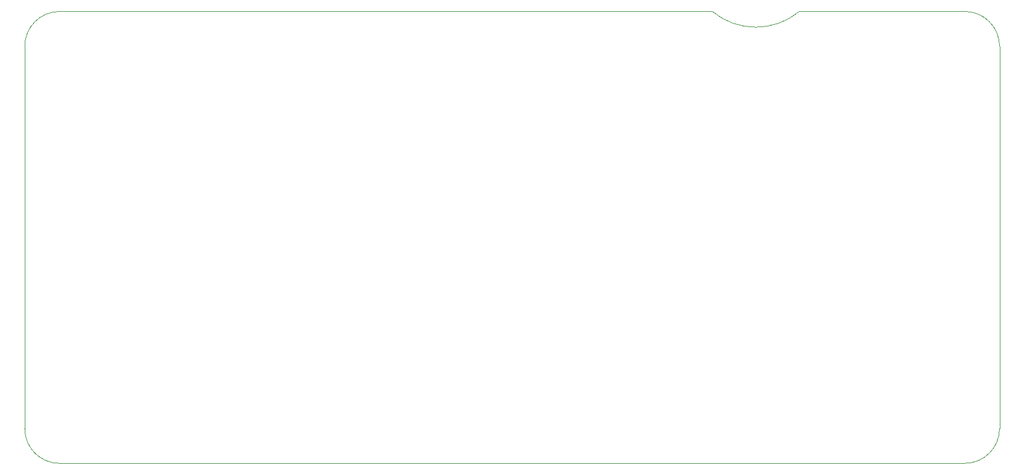
<source format=gm1>
G04 #@! TF.GenerationSoftware,KiCad,Pcbnew,5.1.7+dfsg1-1*
G04 #@! TF.CreationDate,2021-01-19T22:48:49+01:00*
G04 #@! TF.ProjectId,Nixie_proj,4e697869-655f-4707-926f-6a2e6b696361,rev?*
G04 #@! TF.SameCoordinates,Original*
G04 #@! TF.FileFunction,Profile,NP*
%FSLAX46Y46*%
G04 Gerber Fmt 4.6, Leading zero omitted, Abs format (unit mm)*
G04 Created by KiCad (PCBNEW 5.1.7+dfsg1-1) date 2021-01-19 22:48:49*
%MOMM*%
%LPD*%
G01*
G04 APERTURE LIST*
G04 #@! TA.AperFunction,Profile*
%ADD10C,0.100000*%
G04 #@! TD*
G04 APERTURE END LIST*
D10*
X146250000Y-50000000D02*
X170000000Y-50000000D01*
X146249999Y-49999999D02*
G75*
G02*
X133750001Y-49999999I-6249999J7499999D01*
G01*
X175000000Y-55000000D02*
G75*
G03*
X170000000Y-50000000I-5000000J0D01*
G01*
X170000000Y-115000000D02*
G75*
G03*
X175000000Y-110000000I0J5000000D01*
G01*
X35000000Y-110000000D02*
G75*
G03*
X40000000Y-115000000I5000000J0D01*
G01*
X40000000Y-50000000D02*
G75*
G03*
X35000000Y-55000000I0J-5000000D01*
G01*
X170000000Y-115000000D02*
X40000000Y-115000000D01*
X175000000Y-55000000D02*
X175000000Y-110000000D01*
X40000000Y-50000000D02*
X133750000Y-50000000D01*
X35000000Y-110000000D02*
X35000000Y-55000000D01*
M02*

</source>
